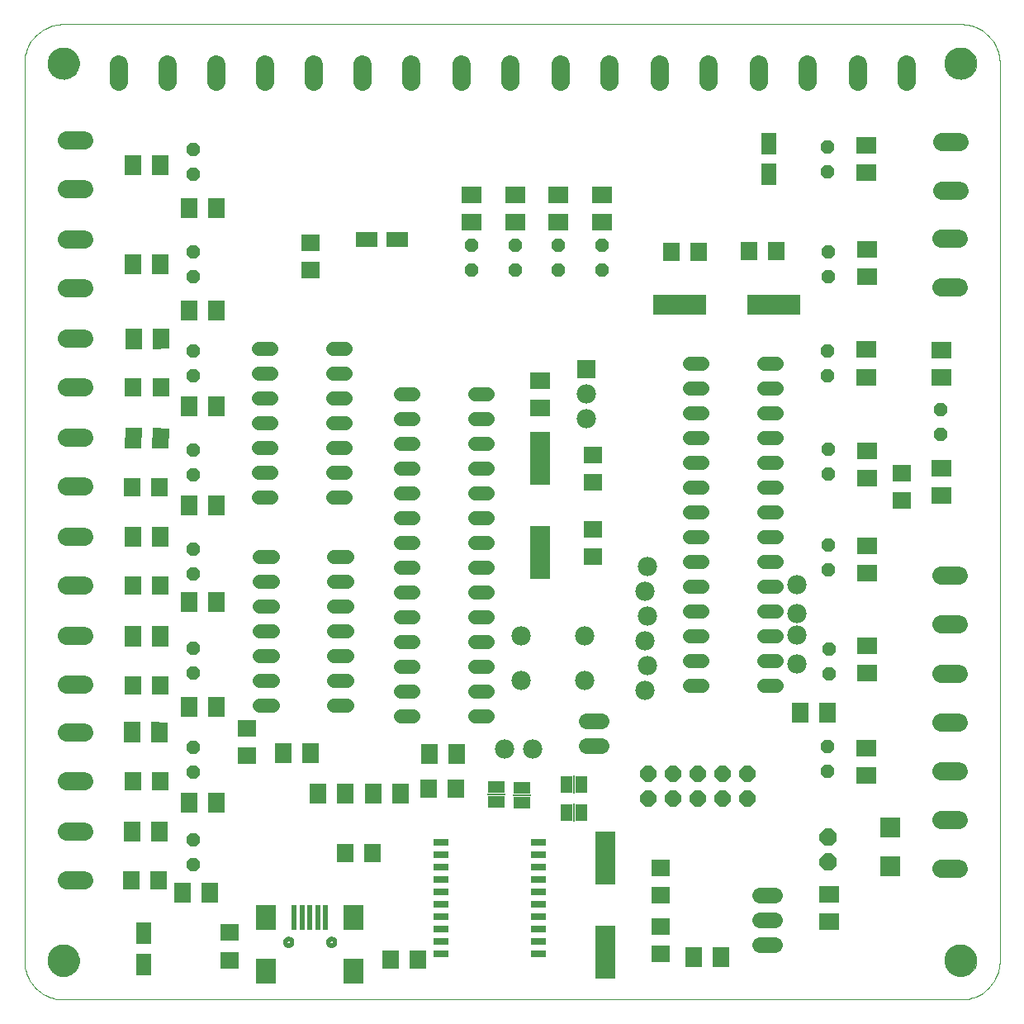
<source format=gts>
G75*
G70*
%OFA0B0*%
%FSLAX24Y24*%
%IPPOS*%
%LPD*%
%AMOC8*
5,1,8,0,0,1.08239X$1,22.5*
%
%ADD10C,0.0560*%
%ADD11R,0.0670X0.0827*%
%ADD12R,0.0800X0.2140*%
%ADD13R,0.0749X0.0670*%
%ADD14C,0.0780*%
%ADD15R,0.0670X0.0749*%
%ADD16R,0.0827X0.0670*%
%ADD17R,0.0780X0.0780*%
%ADD18C,0.0000*%
%ADD19C,0.1300*%
%ADD20C,0.0634*%
%ADD21C,0.0745*%
%ADD22OC8,0.0560*%
%ADD23R,0.0827X0.0827*%
%ADD24C,0.0640*%
%ADD25OC8,0.0700*%
%ADD26R,0.2140X0.0800*%
%ADD27OC8,0.0640*%
%ADD28R,0.0631X0.0276*%
%ADD29C,0.0161*%
%ADD30R,0.0237X0.1024*%
%ADD31R,0.0827X0.1024*%
%ADD32R,0.0750X0.0670*%
%ADD33R,0.0670X0.0500*%
%ADD34R,0.0720X0.0060*%
%ADD35R,0.0500X0.0670*%
%ADD36R,0.0060X0.0720*%
%ADD37R,0.0906X0.0591*%
%ADD38R,0.0591X0.0906*%
D10*
X014261Y014476D02*
X014781Y014476D01*
X014781Y015476D02*
X014261Y015476D01*
X014261Y016476D02*
X014781Y016476D01*
X014781Y017476D02*
X014261Y017476D01*
X014261Y018476D02*
X014781Y018476D01*
X014781Y019476D02*
X014261Y019476D01*
X014261Y020476D02*
X014781Y020476D01*
X014732Y022888D02*
X014212Y022888D01*
X014212Y023888D02*
X014732Y023888D01*
X014732Y024888D02*
X014212Y024888D01*
X014212Y025888D02*
X014732Y025888D01*
X014732Y026888D02*
X014212Y026888D01*
X014212Y027888D02*
X014732Y027888D01*
X014732Y028888D02*
X014212Y028888D01*
X017212Y028888D02*
X017732Y028888D01*
X017732Y027888D02*
X017212Y027888D01*
X017212Y026888D02*
X017732Y026888D01*
X017732Y025888D02*
X017212Y025888D01*
X017212Y024888D02*
X017732Y024888D01*
X017732Y023888D02*
X017212Y023888D01*
X017212Y022888D02*
X017732Y022888D01*
X019942Y023026D02*
X020462Y023026D01*
X020462Y024026D02*
X019942Y024026D01*
X019942Y025026D02*
X020462Y025026D01*
X020462Y026026D02*
X019942Y026026D01*
X019942Y027026D02*
X020462Y027026D01*
X022942Y027026D02*
X023462Y027026D01*
X023462Y026026D02*
X022942Y026026D01*
X022942Y025026D02*
X023462Y025026D01*
X023462Y024026D02*
X022942Y024026D01*
X022942Y023026D02*
X023462Y023026D01*
X023462Y022026D02*
X022942Y022026D01*
X022942Y021026D02*
X023462Y021026D01*
X023462Y020026D02*
X022942Y020026D01*
X022942Y019026D02*
X023462Y019026D01*
X023462Y018026D02*
X022942Y018026D01*
X022942Y017026D02*
X023462Y017026D01*
X023462Y016026D02*
X022942Y016026D01*
X022942Y015026D02*
X023462Y015026D01*
X023462Y014026D02*
X022942Y014026D01*
X020462Y014026D02*
X019942Y014026D01*
X019942Y015026D02*
X020462Y015026D01*
X020462Y016026D02*
X019942Y016026D01*
X019942Y017026D02*
X020462Y017026D01*
X020462Y018026D02*
X019942Y018026D01*
X019942Y019026D02*
X020462Y019026D01*
X020462Y020026D02*
X019942Y020026D01*
X019942Y021026D02*
X020462Y021026D01*
X020462Y022026D02*
X019942Y022026D01*
X017781Y020476D02*
X017261Y020476D01*
X017261Y019476D02*
X017781Y019476D01*
X017781Y018476D02*
X017261Y018476D01*
X017261Y017476D02*
X017781Y017476D01*
X017781Y016476D02*
X017261Y016476D01*
X017261Y015476D02*
X017781Y015476D01*
X017781Y014476D02*
X017261Y014476D01*
X031606Y015262D02*
X032126Y015262D01*
X032126Y016262D02*
X031606Y016262D01*
X031606Y017262D02*
X032126Y017262D01*
X032126Y018262D02*
X031606Y018262D01*
X031606Y019262D02*
X032126Y019262D01*
X032126Y020262D02*
X031606Y020262D01*
X031606Y021262D02*
X032126Y021262D01*
X032126Y022262D02*
X031606Y022262D01*
X031606Y023262D02*
X032126Y023262D01*
X032126Y024262D02*
X031606Y024262D01*
X031606Y025262D02*
X032126Y025262D01*
X032126Y026262D02*
X031606Y026262D01*
X031606Y027262D02*
X032126Y027262D01*
X032126Y028262D02*
X031606Y028262D01*
X034606Y028262D02*
X035126Y028262D01*
X035126Y027262D02*
X034606Y027262D01*
X034606Y026262D02*
X035126Y026262D01*
X035126Y025262D02*
X034606Y025262D01*
X034606Y024262D02*
X035126Y024262D01*
X035126Y023262D02*
X034606Y023262D01*
X034606Y022262D02*
X035126Y022262D01*
X035126Y021262D02*
X034606Y021262D01*
X034606Y020262D02*
X035126Y020262D01*
X035126Y019262D02*
X034606Y019262D01*
X034606Y018262D02*
X035126Y018262D01*
X035126Y017262D02*
X034606Y017262D01*
X034606Y016262D02*
X035126Y016262D01*
X035126Y015262D02*
X034606Y015262D01*
D11*
X036084Y014180D03*
X037186Y014180D03*
X032886Y004322D03*
X031784Y004322D03*
X022230Y012501D03*
X021127Y012501D03*
X019958Y010921D03*
X018856Y010921D03*
X017725Y010900D03*
X016622Y010900D03*
X016330Y012532D03*
X015228Y012532D03*
X012504Y014401D03*
X011401Y014401D03*
G36*
X010544Y012962D02*
X009875Y012965D01*
X009880Y013790D01*
X010549Y013787D01*
X010544Y012962D01*
G37*
G36*
X009442Y012967D02*
X008773Y012970D01*
X008778Y013795D01*
X009447Y013792D01*
X009442Y012967D01*
G37*
X011401Y010526D03*
X012504Y010526D03*
X010217Y009387D03*
X009114Y009387D03*
X011151Y006901D03*
X012254Y006901D03*
G36*
X010576Y016855D02*
X009907Y016850D01*
X009902Y017675D01*
X010571Y017680D01*
X010576Y016855D01*
G37*
G36*
X009474Y016847D02*
X008805Y016842D01*
X008800Y017667D01*
X009469Y017672D01*
X009474Y016847D01*
G37*
X011401Y018651D03*
X012504Y018651D03*
G36*
X010576Y020863D02*
X009907Y020862D01*
X009906Y021687D01*
X010575Y021688D01*
X010576Y020863D01*
G37*
G36*
X009474Y020861D02*
X008805Y020860D01*
X008804Y021685D01*
X009473Y021686D01*
X009474Y020861D01*
G37*
X011401Y022526D03*
X012504Y022526D03*
G36*
X009935Y025659D02*
X010604Y025650D01*
X010593Y024825D01*
X009924Y024834D01*
X009935Y025659D01*
G37*
G36*
X008833Y025674D02*
X009502Y025665D01*
X009491Y024840D01*
X008822Y024849D01*
X008833Y025674D01*
G37*
X011401Y026526D03*
X012504Y026526D03*
G36*
X009944Y029680D02*
X010613Y029689D01*
X010624Y028864D01*
X009955Y028855D01*
X009944Y029680D01*
G37*
G36*
X008842Y029666D02*
X009511Y029675D01*
X009522Y028850D01*
X008853Y028841D01*
X008842Y029666D01*
G37*
X011401Y030401D03*
X012504Y030401D03*
X010254Y032276D03*
X009151Y032276D03*
X011401Y034526D03*
X012504Y034526D03*
X010254Y036276D03*
X009151Y036276D03*
D12*
X025577Y024426D03*
X025577Y020626D03*
X028212Y008308D03*
X028212Y004508D03*
D13*
X030453Y004429D03*
X030453Y005531D03*
X030446Y006819D03*
X030446Y007921D03*
X027702Y020475D03*
X027702Y021577D03*
X027702Y023475D03*
X027702Y024577D03*
X016324Y032034D03*
X016324Y033136D03*
X013762Y013552D03*
X013762Y012450D03*
X040191Y022724D03*
X040191Y023826D03*
D14*
X035946Y019324D03*
X035946Y018184D03*
X035957Y017291D03*
X035957Y016151D03*
X029925Y016079D03*
X029825Y015079D03*
X029825Y017079D03*
X029925Y018079D03*
X029825Y019079D03*
X029925Y020079D03*
X027391Y017257D03*
X027391Y015477D03*
X024831Y015477D03*
X024831Y017257D03*
X025286Y012703D03*
X024146Y012703D03*
X027452Y026026D03*
X027452Y027026D03*
D15*
X030866Y032759D03*
X031969Y032759D03*
X034007Y032812D03*
X035109Y032812D03*
X022192Y011114D03*
X021090Y011114D03*
X018816Y008498D03*
X017713Y008498D03*
X019535Y004210D03*
X020637Y004210D03*
X010264Y011420D03*
X009161Y011420D03*
X009143Y015285D03*
X010245Y015285D03*
X010244Y019313D03*
X009141Y019313D03*
X009126Y023259D03*
X010229Y023259D03*
X010266Y027300D03*
X009163Y027300D03*
X009088Y007415D03*
X010190Y007415D03*
D16*
X025577Y026475D03*
X025577Y027577D03*
X026327Y033975D03*
X026327Y035077D03*
X024577Y035077D03*
X024577Y033975D03*
X022827Y033975D03*
X022827Y035077D03*
X028077Y035077D03*
X028077Y033975D03*
X038797Y032863D03*
X038797Y031760D03*
X038764Y028824D03*
X038764Y027721D03*
X041787Y027703D03*
X041787Y028806D03*
X038780Y024753D03*
X038780Y023651D03*
X038776Y020914D03*
X038776Y019812D03*
X038784Y016876D03*
X038784Y015774D03*
X038744Y012734D03*
X038744Y011631D03*
X037250Y006829D03*
X037250Y005726D03*
X041780Y022944D03*
X041780Y024047D03*
X038739Y035986D03*
X038739Y037088D03*
D17*
X027452Y028026D03*
D18*
X004767Y040386D02*
X004767Y004166D01*
X005712Y004166D02*
X005714Y004216D01*
X005720Y004266D01*
X005730Y004315D01*
X005744Y004363D01*
X005761Y004410D01*
X005782Y004455D01*
X005807Y004499D01*
X005835Y004540D01*
X005867Y004579D01*
X005901Y004616D01*
X005938Y004650D01*
X005978Y004680D01*
X006020Y004707D01*
X006064Y004731D01*
X006110Y004752D01*
X006157Y004768D01*
X006205Y004781D01*
X006255Y004790D01*
X006304Y004795D01*
X006355Y004796D01*
X006405Y004793D01*
X006454Y004786D01*
X006503Y004775D01*
X006551Y004760D01*
X006597Y004742D01*
X006642Y004720D01*
X006685Y004694D01*
X006726Y004665D01*
X006765Y004633D01*
X006801Y004598D01*
X006833Y004560D01*
X006863Y004520D01*
X006890Y004477D01*
X006913Y004433D01*
X006932Y004387D01*
X006948Y004339D01*
X006960Y004290D01*
X006968Y004241D01*
X006972Y004191D01*
X006972Y004141D01*
X006968Y004091D01*
X006960Y004042D01*
X006948Y003993D01*
X006932Y003945D01*
X006913Y003899D01*
X006890Y003855D01*
X006863Y003812D01*
X006833Y003772D01*
X006801Y003734D01*
X006765Y003699D01*
X006726Y003667D01*
X006685Y003638D01*
X006642Y003612D01*
X006597Y003590D01*
X006551Y003572D01*
X006503Y003557D01*
X006454Y003546D01*
X006405Y003539D01*
X006355Y003536D01*
X006304Y003537D01*
X006255Y003542D01*
X006205Y003551D01*
X006157Y003564D01*
X006110Y003580D01*
X006064Y003601D01*
X006020Y003625D01*
X005978Y003652D01*
X005938Y003682D01*
X005901Y003716D01*
X005867Y003753D01*
X005835Y003792D01*
X005807Y003833D01*
X005782Y003877D01*
X005761Y003922D01*
X005744Y003969D01*
X005730Y004017D01*
X005720Y004066D01*
X005714Y004116D01*
X005712Y004166D01*
X004767Y004166D02*
X004769Y004089D01*
X004775Y004012D01*
X004784Y003935D01*
X004797Y003859D01*
X004814Y003783D01*
X004835Y003709D01*
X004859Y003635D01*
X004887Y003563D01*
X004918Y003493D01*
X004953Y003424D01*
X004991Y003356D01*
X005032Y003291D01*
X005077Y003228D01*
X005125Y003167D01*
X005175Y003108D01*
X005228Y003052D01*
X005284Y002999D01*
X005343Y002949D01*
X005404Y002901D01*
X005467Y002856D01*
X005532Y002815D01*
X005600Y002777D01*
X005669Y002742D01*
X005739Y002711D01*
X005811Y002683D01*
X005885Y002659D01*
X005959Y002638D01*
X006035Y002621D01*
X006111Y002608D01*
X006188Y002599D01*
X006265Y002593D01*
X006342Y002591D01*
X042563Y002591D01*
X041933Y004166D02*
X041935Y004216D01*
X041941Y004266D01*
X041951Y004315D01*
X041965Y004363D01*
X041982Y004410D01*
X042003Y004455D01*
X042028Y004499D01*
X042056Y004540D01*
X042088Y004579D01*
X042122Y004616D01*
X042159Y004650D01*
X042199Y004680D01*
X042241Y004707D01*
X042285Y004731D01*
X042331Y004752D01*
X042378Y004768D01*
X042426Y004781D01*
X042476Y004790D01*
X042525Y004795D01*
X042576Y004796D01*
X042626Y004793D01*
X042675Y004786D01*
X042724Y004775D01*
X042772Y004760D01*
X042818Y004742D01*
X042863Y004720D01*
X042906Y004694D01*
X042947Y004665D01*
X042986Y004633D01*
X043022Y004598D01*
X043054Y004560D01*
X043084Y004520D01*
X043111Y004477D01*
X043134Y004433D01*
X043153Y004387D01*
X043169Y004339D01*
X043181Y004290D01*
X043189Y004241D01*
X043193Y004191D01*
X043193Y004141D01*
X043189Y004091D01*
X043181Y004042D01*
X043169Y003993D01*
X043153Y003945D01*
X043134Y003899D01*
X043111Y003855D01*
X043084Y003812D01*
X043054Y003772D01*
X043022Y003734D01*
X042986Y003699D01*
X042947Y003667D01*
X042906Y003638D01*
X042863Y003612D01*
X042818Y003590D01*
X042772Y003572D01*
X042724Y003557D01*
X042675Y003546D01*
X042626Y003539D01*
X042576Y003536D01*
X042525Y003537D01*
X042476Y003542D01*
X042426Y003551D01*
X042378Y003564D01*
X042331Y003580D01*
X042285Y003601D01*
X042241Y003625D01*
X042199Y003652D01*
X042159Y003682D01*
X042122Y003716D01*
X042088Y003753D01*
X042056Y003792D01*
X042028Y003833D01*
X042003Y003877D01*
X041982Y003922D01*
X041965Y003969D01*
X041951Y004017D01*
X041941Y004066D01*
X041935Y004116D01*
X041933Y004166D01*
X042563Y002591D02*
X042640Y002593D01*
X042717Y002599D01*
X042794Y002608D01*
X042870Y002621D01*
X042946Y002638D01*
X043020Y002659D01*
X043094Y002683D01*
X043166Y002711D01*
X043236Y002742D01*
X043305Y002777D01*
X043373Y002815D01*
X043438Y002856D01*
X043501Y002901D01*
X043562Y002949D01*
X043621Y002999D01*
X043677Y003052D01*
X043730Y003108D01*
X043780Y003167D01*
X043828Y003228D01*
X043873Y003291D01*
X043914Y003356D01*
X043952Y003424D01*
X043987Y003493D01*
X044018Y003563D01*
X044046Y003635D01*
X044070Y003709D01*
X044091Y003783D01*
X044108Y003859D01*
X044121Y003935D01*
X044130Y004012D01*
X044136Y004089D01*
X044138Y004166D01*
X044137Y004166D02*
X044137Y040386D01*
X041933Y040386D02*
X041935Y040436D01*
X041941Y040486D01*
X041951Y040535D01*
X041965Y040583D01*
X041982Y040630D01*
X042003Y040675D01*
X042028Y040719D01*
X042056Y040760D01*
X042088Y040799D01*
X042122Y040836D01*
X042159Y040870D01*
X042199Y040900D01*
X042241Y040927D01*
X042285Y040951D01*
X042331Y040972D01*
X042378Y040988D01*
X042426Y041001D01*
X042476Y041010D01*
X042525Y041015D01*
X042576Y041016D01*
X042626Y041013D01*
X042675Y041006D01*
X042724Y040995D01*
X042772Y040980D01*
X042818Y040962D01*
X042863Y040940D01*
X042906Y040914D01*
X042947Y040885D01*
X042986Y040853D01*
X043022Y040818D01*
X043054Y040780D01*
X043084Y040740D01*
X043111Y040697D01*
X043134Y040653D01*
X043153Y040607D01*
X043169Y040559D01*
X043181Y040510D01*
X043189Y040461D01*
X043193Y040411D01*
X043193Y040361D01*
X043189Y040311D01*
X043181Y040262D01*
X043169Y040213D01*
X043153Y040165D01*
X043134Y040119D01*
X043111Y040075D01*
X043084Y040032D01*
X043054Y039992D01*
X043022Y039954D01*
X042986Y039919D01*
X042947Y039887D01*
X042906Y039858D01*
X042863Y039832D01*
X042818Y039810D01*
X042772Y039792D01*
X042724Y039777D01*
X042675Y039766D01*
X042626Y039759D01*
X042576Y039756D01*
X042525Y039757D01*
X042476Y039762D01*
X042426Y039771D01*
X042378Y039784D01*
X042331Y039800D01*
X042285Y039821D01*
X042241Y039845D01*
X042199Y039872D01*
X042159Y039902D01*
X042122Y039936D01*
X042088Y039973D01*
X042056Y040012D01*
X042028Y040053D01*
X042003Y040097D01*
X041982Y040142D01*
X041965Y040189D01*
X041951Y040237D01*
X041941Y040286D01*
X041935Y040336D01*
X041933Y040386D01*
X042563Y041961D02*
X042640Y041959D01*
X042717Y041953D01*
X042794Y041944D01*
X042870Y041931D01*
X042946Y041914D01*
X043020Y041893D01*
X043094Y041869D01*
X043166Y041841D01*
X043236Y041810D01*
X043305Y041775D01*
X043373Y041737D01*
X043438Y041696D01*
X043501Y041651D01*
X043562Y041603D01*
X043621Y041553D01*
X043677Y041500D01*
X043730Y041444D01*
X043780Y041385D01*
X043828Y041324D01*
X043873Y041261D01*
X043914Y041196D01*
X043952Y041128D01*
X043987Y041059D01*
X044018Y040989D01*
X044046Y040917D01*
X044070Y040843D01*
X044091Y040769D01*
X044108Y040693D01*
X044121Y040617D01*
X044130Y040540D01*
X044136Y040463D01*
X044138Y040386D01*
X042563Y041961D02*
X006342Y041961D01*
X005712Y040386D02*
X005714Y040436D01*
X005720Y040486D01*
X005730Y040535D01*
X005744Y040583D01*
X005761Y040630D01*
X005782Y040675D01*
X005807Y040719D01*
X005835Y040760D01*
X005867Y040799D01*
X005901Y040836D01*
X005938Y040870D01*
X005978Y040900D01*
X006020Y040927D01*
X006064Y040951D01*
X006110Y040972D01*
X006157Y040988D01*
X006205Y041001D01*
X006255Y041010D01*
X006304Y041015D01*
X006355Y041016D01*
X006405Y041013D01*
X006454Y041006D01*
X006503Y040995D01*
X006551Y040980D01*
X006597Y040962D01*
X006642Y040940D01*
X006685Y040914D01*
X006726Y040885D01*
X006765Y040853D01*
X006801Y040818D01*
X006833Y040780D01*
X006863Y040740D01*
X006890Y040697D01*
X006913Y040653D01*
X006932Y040607D01*
X006948Y040559D01*
X006960Y040510D01*
X006968Y040461D01*
X006972Y040411D01*
X006972Y040361D01*
X006968Y040311D01*
X006960Y040262D01*
X006948Y040213D01*
X006932Y040165D01*
X006913Y040119D01*
X006890Y040075D01*
X006863Y040032D01*
X006833Y039992D01*
X006801Y039954D01*
X006765Y039919D01*
X006726Y039887D01*
X006685Y039858D01*
X006642Y039832D01*
X006597Y039810D01*
X006551Y039792D01*
X006503Y039777D01*
X006454Y039766D01*
X006405Y039759D01*
X006355Y039756D01*
X006304Y039757D01*
X006255Y039762D01*
X006205Y039771D01*
X006157Y039784D01*
X006110Y039800D01*
X006064Y039821D01*
X006020Y039845D01*
X005978Y039872D01*
X005938Y039902D01*
X005901Y039936D01*
X005867Y039973D01*
X005835Y040012D01*
X005807Y040053D01*
X005782Y040097D01*
X005761Y040142D01*
X005744Y040189D01*
X005730Y040237D01*
X005720Y040286D01*
X005714Y040336D01*
X005712Y040386D01*
X004767Y040386D02*
X004769Y040463D01*
X004775Y040540D01*
X004784Y040617D01*
X004797Y040693D01*
X004814Y040769D01*
X004835Y040843D01*
X004859Y040917D01*
X004887Y040989D01*
X004918Y041059D01*
X004953Y041128D01*
X004991Y041196D01*
X005032Y041261D01*
X005077Y041324D01*
X005125Y041385D01*
X005175Y041444D01*
X005228Y041500D01*
X005284Y041553D01*
X005343Y041603D01*
X005404Y041651D01*
X005467Y041696D01*
X005532Y041737D01*
X005600Y041775D01*
X005669Y041810D01*
X005739Y041841D01*
X005811Y041869D01*
X005885Y041893D01*
X005959Y041914D01*
X006035Y041931D01*
X006111Y041944D01*
X006188Y041953D01*
X006265Y041959D01*
X006342Y041961D01*
D19*
X006342Y040386D03*
X042563Y040386D03*
X042563Y004166D03*
X006342Y004166D03*
D20*
X027449Y012837D02*
X028042Y012837D01*
X028042Y013837D02*
X027449Y013837D01*
D21*
X041790Y013770D02*
X042495Y013770D01*
X042495Y011802D02*
X041790Y011802D01*
X041781Y009830D02*
X042486Y009830D01*
X042486Y007861D02*
X041781Y007861D01*
X041790Y015739D02*
X042495Y015739D01*
X042481Y017724D02*
X041776Y017724D01*
X041776Y019692D02*
X042481Y019692D01*
X042489Y031327D02*
X041784Y031327D01*
X041784Y033295D02*
X042489Y033295D01*
X042515Y035249D02*
X041810Y035249D01*
X041810Y037218D02*
X042515Y037218D01*
X040394Y039642D02*
X040394Y040347D01*
X038425Y040347D02*
X038425Y039642D01*
X036394Y039642D02*
X036394Y040347D01*
X034425Y040347D02*
X034425Y039642D01*
X032394Y039642D02*
X032394Y040347D01*
X030425Y040347D02*
X030425Y039642D01*
X028394Y039642D02*
X028394Y040347D01*
X026425Y040347D02*
X026425Y039642D01*
X024394Y039642D02*
X024394Y040347D01*
X022425Y040347D02*
X022425Y039642D01*
X020394Y039642D02*
X020394Y040347D01*
X018425Y040347D02*
X018425Y039642D01*
X016452Y039635D02*
X016452Y040340D01*
X014484Y040340D02*
X014484Y039635D01*
X012515Y039635D02*
X012515Y040340D01*
X010559Y040347D02*
X010559Y039642D01*
X008591Y039642D02*
X008591Y040347D01*
X007180Y037260D02*
X006475Y037260D01*
X006475Y035292D02*
X007180Y035292D01*
X007180Y033260D02*
X006475Y033260D01*
X006475Y031292D02*
X007180Y031292D01*
X007180Y029260D02*
X006475Y029260D01*
X006475Y027292D02*
X007180Y027292D01*
X007180Y025260D02*
X006475Y025260D01*
X006475Y023292D02*
X007180Y023292D01*
X007180Y021260D02*
X006475Y021260D01*
X006475Y019292D02*
X007180Y019292D01*
X007180Y017260D02*
X006475Y017260D01*
X006475Y015292D02*
X007180Y015292D01*
X007180Y013385D02*
X006475Y013385D01*
X006475Y011417D02*
X007180Y011417D01*
X007180Y009385D02*
X006475Y009385D01*
X006475Y007417D02*
X007180Y007417D01*
D22*
X011577Y008026D03*
X011577Y009026D03*
X011577Y011776D03*
X011577Y012776D03*
X011577Y015776D03*
X011577Y016776D03*
X011577Y019776D03*
X011577Y020776D03*
X011577Y023776D03*
X011577Y024776D03*
X011577Y027776D03*
X011577Y028776D03*
X011577Y031776D03*
X011577Y032776D03*
X011577Y035901D03*
X011577Y036901D03*
X022827Y033026D03*
X022827Y032026D03*
X024577Y032026D03*
X024577Y033026D03*
X026327Y033026D03*
X026327Y032026D03*
X028077Y032026D03*
X028077Y033026D03*
X037218Y032776D03*
X037218Y031776D03*
X037177Y028764D03*
X037177Y027764D03*
X037219Y024801D03*
X037219Y023801D03*
X037201Y020932D03*
X037201Y019932D03*
X037240Y016748D03*
X037240Y015748D03*
X037189Y012799D03*
X037189Y011799D03*
X041756Y025419D03*
X041756Y026419D03*
X037180Y036022D03*
X037180Y037022D03*
D23*
X039702Y009549D03*
X039702Y007975D03*
D24*
X035040Y006808D02*
X034440Y006808D01*
X034440Y005808D02*
X035040Y005808D01*
X035040Y004808D02*
X034440Y004808D01*
D25*
X037202Y008151D03*
X037202Y009151D03*
D26*
X035007Y030638D03*
X031207Y030638D03*
D27*
X030959Y011718D03*
X030959Y010718D03*
X031959Y010718D03*
X032959Y010718D03*
X033959Y010718D03*
X033959Y011718D03*
X032959Y011718D03*
X031959Y011718D03*
X029959Y011718D03*
X029959Y010718D03*
D28*
X025527Y008955D03*
X025527Y008455D03*
X025527Y007955D03*
X025527Y007455D03*
X025527Y006955D03*
X025527Y006455D03*
X025527Y005955D03*
X025527Y005455D03*
X025527Y004955D03*
X025527Y004455D03*
X021590Y004455D03*
X021590Y004955D03*
X021590Y005455D03*
X021590Y005955D03*
X021590Y006455D03*
X021590Y006955D03*
X021590Y007455D03*
X021590Y007955D03*
X021590Y008455D03*
X021590Y008955D03*
D29*
X017018Y004919D02*
X017020Y004942D01*
X017026Y004965D01*
X017036Y004986D01*
X017049Y005006D01*
X017065Y005023D01*
X017084Y005037D01*
X017105Y005047D01*
X017127Y005054D01*
X017150Y005057D01*
X017174Y005056D01*
X017196Y005051D01*
X017218Y005042D01*
X017238Y005030D01*
X017256Y005014D01*
X017270Y004996D01*
X017282Y004976D01*
X017290Y004954D01*
X017294Y004931D01*
X017294Y004907D01*
X017290Y004884D01*
X017282Y004862D01*
X017270Y004842D01*
X017256Y004824D01*
X017238Y004808D01*
X017218Y004796D01*
X017196Y004787D01*
X017174Y004782D01*
X017150Y004781D01*
X017127Y004784D01*
X017105Y004791D01*
X017084Y004801D01*
X017065Y004815D01*
X017049Y004832D01*
X017036Y004852D01*
X017026Y004873D01*
X017020Y004896D01*
X017018Y004919D01*
X015285Y004919D02*
X015287Y004942D01*
X015293Y004965D01*
X015303Y004986D01*
X015316Y005006D01*
X015332Y005023D01*
X015351Y005037D01*
X015372Y005047D01*
X015394Y005054D01*
X015417Y005057D01*
X015441Y005056D01*
X015463Y005051D01*
X015485Y005042D01*
X015505Y005030D01*
X015523Y005014D01*
X015537Y004996D01*
X015549Y004976D01*
X015557Y004954D01*
X015561Y004931D01*
X015561Y004907D01*
X015557Y004884D01*
X015549Y004862D01*
X015537Y004842D01*
X015523Y004824D01*
X015505Y004808D01*
X015485Y004796D01*
X015463Y004787D01*
X015441Y004782D01*
X015417Y004781D01*
X015394Y004784D01*
X015372Y004791D01*
X015351Y004801D01*
X015332Y004815D01*
X015316Y004832D01*
X015303Y004852D01*
X015293Y004873D01*
X015287Y004896D01*
X015285Y004919D01*
D30*
X015660Y005904D03*
X015975Y005904D03*
X016290Y005904D03*
X016604Y005904D03*
X016919Y005904D03*
D31*
X018061Y005904D03*
X018061Y003738D03*
X014518Y003738D03*
X014518Y005904D03*
D32*
X013054Y005290D03*
X013054Y004170D03*
D33*
X023830Y010560D03*
X023830Y011160D03*
X024837Y011139D03*
X024837Y010539D03*
D34*
X024837Y010839D03*
X023830Y010860D03*
D35*
X026652Y011276D03*
X027252Y011276D03*
X027252Y010151D03*
X026652Y010151D03*
D36*
X026952Y010151D03*
X026952Y011276D03*
D37*
X019832Y033276D03*
X018572Y033276D03*
D38*
X034827Y035896D03*
X034827Y037156D03*
X009577Y005281D03*
X009577Y004021D03*
M02*

</source>
